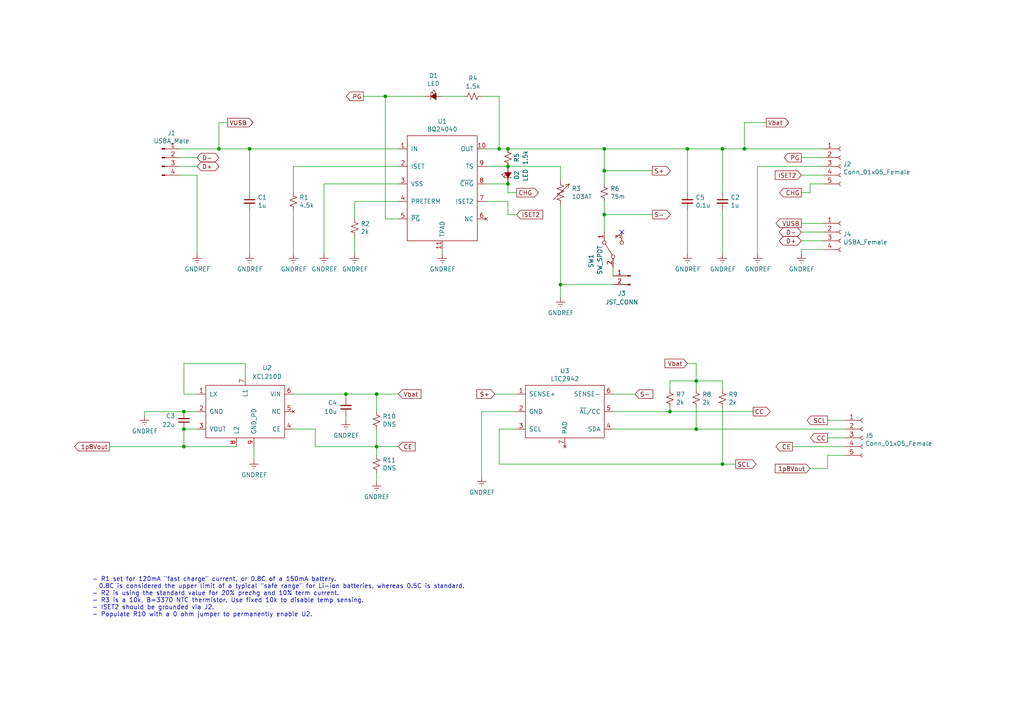
<source format=kicad_sch>
(kicad_sch (version 20230121) (generator eeschema)
  (paper "A4")
  (title_block (title "Power Subsystem Prototype") (date "2019-06-27") (rev "v1.0") (company "Author: Adam Eccles") (comment 1 "For nRF52840 Dongle"))
  (lib_symbols
    (symbol "Charger Prototype-rescue:Conn_01x02_Male-Connector" (pin_names (offset 1.016) hide)
      (property "Reference" "J" (at 0 2.54 0))
      (property "Value" "Connector_Conn_01x02_Male" (at 0 -5.08 0))
      (symbol "Conn_01x02_Male-Connector_1_1"
        (polyline (pts (xy 1.27 -2.54) (xy 0.8636 -2.54)) (stroke (width 0.1524)))
        (polyline (pts (xy 1.27 0) (xy 0.8636 0)) (stroke (width 0.1524)))
        (rectangle (start 0.8636 -2.413) (end 0 -2.667) (stroke (width 0.1524)) (fill (type outline)))
        (rectangle (start 0.8636 0.127) (end 0 -0.127) (stroke (width 0.1524)) (fill (type outline)))
        (pin passive line (at 5.08 0 180) (length 3.81) (name "Pin_1") (number "1"))
        (pin passive line (at 5.08 -2.54 180) (length 3.81) (name "Pin_2") (number "2"))
      )
    )
    (symbol "Charger Prototype-rescue:Conn_01x04_Female-Connector" (pin_names (offset 1.016) hide)
      (property "Reference" "J" (at 0 5.08 0))
      (property "Value" "Connector_Conn_01x04_Female" (at 0 -7.62 0))
      (symbol "Conn_01x04_Female-Connector_1_1"
        (arc (start 0 -4.572) (mid -0.5058 -5.08) (end 0 -5.588) (stroke (width 0.1524)))
        (arc (start 0 -2.032) (mid -0.5058 -2.54) (end 0 -3.048) (stroke (width 0.1524)))
        (polyline (pts (xy -1.27 -5.08) (xy -0.508 -5.08)) (stroke (width 0.1524)))
        (polyline (pts (xy -1.27 -2.54) (xy -0.508 -2.54)) (stroke (width 0.1524)))
        (polyline (pts (xy -1.27 0) (xy -0.508 0)) (stroke (width 0.1524)))
        (polyline (pts (xy -1.27 2.54) (xy -0.508 2.54)) (stroke (width 0.1524)))
        (arc (start 0 0.508) (mid -0.5058 0) (end 0 -0.508) (stroke (width 0.1524)))
        (arc (start 0 3.048) (mid -0.5058 2.54) (end 0 2.032) (stroke (width 0.1524)))
        (pin passive line (at -5.08 2.54 0) (length 3.81) (name "Pin_1") (number "1"))
        (pin passive line (at -5.08 0 0) (length 3.81) (name "Pin_2") (number "2"))
        (pin passive line (at -5.08 -2.54 0) (length 3.81) (name "Pin_3") (number "3"))
        (pin passive line (at -5.08 -5.08 0) (length 3.81) (name "Pin_4") (number "4"))
      )
    )
    (symbol "Charger Prototype-rescue:Conn_01x04_Male-Connector" (pin_names (offset 1.016) hide)
      (property "Reference" "J" (at 0 5.08 0))
      (property "Value" "Connector_Conn_01x04_Male" (at 0 -7.62 0))
      (symbol "Conn_01x04_Male-Connector_1_1"
        (polyline (pts (xy 1.27 -5.08) (xy 0.8636 -5.08)) (stroke (width 0.1524)))
        (polyline (pts (xy 1.27 -2.54) (xy 0.8636 -2.54)) (stroke (width 0.1524)))
        (polyline (pts (xy 1.27 0) (xy 0.8636 0)) (stroke (width 0.1524)))
        (polyline (pts (xy 1.27 2.54) (xy 0.8636 2.54)) (stroke (width 0.1524)))
        (rectangle (start 0.8636 -4.953) (end 0 -5.207) (stroke (width 0.1524)) (fill (type outline)))
        (rectangle (start 0.8636 -2.413) (end 0 -2.667) (stroke (width 0.1524)) (fill (type outline)))
        (rectangle (start 0.8636 0.127) (end 0 -0.127) (stroke (width 0.1524)) (fill (type outline)))
        (rectangle (start 0.8636 2.667) (end 0 2.413) (stroke (width 0.1524)) (fill (type outline)))
        (pin passive line (at 5.08 2.54 180) (length 3.81) (name "Pin_1") (number "1"))
        (pin passive line (at 5.08 0 180) (length 3.81) (name "Pin_2") (number "2"))
        (pin passive line (at 5.08 -2.54 180) (length 3.81) (name "Pin_3") (number "3"))
        (pin passive line (at 5.08 -5.08 180) (length 3.81) (name "Pin_4") (number "4"))
      )
    )
    (symbol "Charger Prototype-rescue:Conn_01x05_Female-Connector" (pin_names (offset 1.016) hide)
      (property "Reference" "J" (at 0 7.62 0))
      (property "Value" "Connector_Conn_01x05_Female" (at 0 -7.62 0))
      (symbol "Conn_01x05_Female-Connector_1_1"
        (arc (start 0 -4.572) (mid -0.5058 -5.08) (end 0 -5.588) (stroke (width 0.1524)))
        (arc (start 0 -2.032) (mid -0.5058 -2.54) (end 0 -3.048) (stroke (width 0.1524)))
        (polyline (pts (xy -1.27 -5.08) (xy -0.508 -5.08)) (stroke (width 0.1524)))
        (polyline (pts (xy -1.27 -2.54) (xy -0.508 -2.54)) (stroke (width 0.1524)))
        (polyline (pts (xy -1.27 0) (xy -0.508 0)) (stroke (width 0.1524)))
        (polyline (pts (xy -1.27 2.54) (xy -0.508 2.54)) (stroke (width 0.1524)))
        (polyline (pts (xy -1.27 5.08) (xy -0.508 5.08)) (stroke (width 0.1524)))
        (arc (start 0 0.508) (mid -0.5058 0) (end 0 -0.508) (stroke (width 0.1524)))
        (arc (start 0 3.048) (mid -0.5058 2.54) (end 0 2.032) (stroke (width 0.1524)))
        (arc (start 0 5.588) (mid -0.5058 5.08) (end 0 4.572) (stroke (width 0.1524)))
        (pin passive line (at -5.08 5.08 0) (length 3.81) (name "Pin_1") (number "1"))
        (pin passive line (at -5.08 2.54 0) (length 3.81) (name "Pin_2") (number "2"))
        (pin passive line (at -5.08 0 0) (length 3.81) (name "Pin_3") (number "3"))
        (pin passive line (at -5.08 -2.54 0) (length 3.81) (name "Pin_4") (number "4"))
        (pin passive line (at -5.08 -5.08 0) (length 3.81) (name "Pin_5") (number "5"))
      )
    )
    (symbol "Charger Prototype-rescue:LED_Small_ALT-Device" (pin_numbers hide) (pin_names (offset 0.254) hide)
      (property "Reference" "D" (at -1.27 3.175 0))
      (property "Value" "Device_LED_Small_ALT" (at -4.445 -2.54 0))
      (symbol "LED_Small_ALT-Device_0_1"
        (polyline (pts (xy -0.762 -1.016) (xy -0.762 1.016)))
        (polyline (pts (xy 1.016 0) (xy -0.762 0)))
        (polyline (pts (xy 0.762 -1.016) (xy -0.762 0) (xy 0.762 1.016) (xy 0.762 -1.016)) (fill (type outline)))
        (polyline (pts (xy 0 0.762) (xy -0.508 1.27) (xy -0.254 1.27) (xy -0.508 1.27) (xy -0.508 1.016)))
        (polyline (pts (xy 0.508 1.27) (xy 0 1.778) (xy 0.254 1.778) (xy 0 1.778) (xy 0 1.524)))
      )
      (symbol "LED_Small_ALT-Device_1_1"
        (pin passive line (at -2.54 0 0) (length 1.778) (name "K") (number "1"))
        (pin passive line (at 2.54 0 180) (length 1.778) (name "A") (number "2"))
      )
    )
    (symbol "Charger_Parts:BQ24040" (pin_names (offset 1.016))
      (property "Reference" "U" (at 6.35 16.51 0))
      (property "Value" "BQ24040" (at -5.08 16.51 0))
      (symbol "BQ24040_0_1"
        (rectangle (start -10.16 13.97) (end 10.16 -16.51))
      )
      (symbol "BQ24040_1_1"
        (pin input line (at -12.7 10.16 0) (length 2.54) (name "IN") (number "1"))
        (pin output line (at 12.7 10.16 180) (length 2.54) (name "OUT") (number "10"))
        (pin output line (at 0 -19.05 90) (length 2.54) (name "TPAD") (number "11"))
        (pin input line (at -12.7 5.08 0) (length 2.54) (name "ISET") (number "2"))
        (pin output line (at -12.7 0 0) (length 2.54) (name "VSS") (number "3"))
        (pin input line (at -12.7 -5.08 0) (length 2.54) (name "PRETERM") (number "4"))
        (pin input line (at -12.7 -10.16 0) (length 2.54) (name "~{PG}") (number "5"))
        (pin no_connect line (at 12.7 -10.16 180) (length 2.54) (name "NC") (number "6"))
        (pin input line (at 12.7 -5.08 180) (length 2.54) (name "ISET2") (number "7"))
        (pin output line (at 12.7 0 180) (length 2.54) (name "~{CHG}") (number "8"))
        (pin input line (at 12.7 5.08 180) (length 2.54) (name "TS") (number "9"))
      )
    )
    (symbol "Charger_Parts:LTC2942" (pin_names (offset 1.016))
      (property "Reference" "U" (at 7.62 10.16 0))
      (property "Value" "LTC2942" (at -6.35 10.16 0))
      (symbol "LTC2942_0_1"
        (rectangle (start 11.43 7.62) (end -11.43 -7.62))
      )
      (symbol "LTC2942_1_1"
        (pin input line (at -13.97 5.08 0) (length 2.54) (name "SENSE+") (number "1"))
        (pin output line (at -13.97 0 0) (length 2.54) (name "GND") (number "2"))
        (pin output line (at -13.97 -5.08 0) (length 2.54) (name "SCL") (number "3"))
        (pin output line (at 13.97 -5.08 180) (length 2.54) (name "SDA") (number "4"))
        (pin output line (at 13.97 0 180) (length 2.54) (name "~{AL}/CC") (number "5"))
        (pin output line (at 13.97 5.08 180) (length 2.54) (name "SENSE-") (number "6"))
        (pin no_connect line (at 0 -10.16 90) (length 2.54) (name "PAD") (number "7"))
      )
    )
    (symbol "Charger_Parts:XCL210D" (pin_names (offset 1.016))
      (property "Reference" "U" (at 8.89 10.16 0))
      (property "Value" "XCL210D" (at -10.16 10.16 0))
      (symbol "XCL210D_0_1"
        (rectangle (start -11.43 7.62) (end 11.43 -7.62))
      )
      (symbol "XCL210D_1_1"
        (pin input line (at -13.97 5.08 0) (length 2.54) (name "LX") (number "1"))
        (pin output line (at -13.97 0 0) (length 2.54) (name "GND") (number "2"))
        (pin output line (at -13.97 -5.08 0) (length 2.54) (name "VOUT") (number "3"))
        (pin input line (at 13.97 -5.08 180) (length 2.54) (name "CE") (number "4"))
        (pin no_connect line (at 13.97 0 180) (length 2.54) (name "NC") (number "5"))
        (pin input line (at 13.97 5.08 180) (length 2.54) (name "VIN") (number "6"))
        (pin bidirectional line (at 0 10.16 270) (length 2.54) (name "L1") (number "7"))
        (pin bidirectional line (at -2.54 -10.16 90) (length 2.54) (name "L2") (number "8"))
        (pin output line (at 2.54 -10.16 90) (length 2.54) (name "GND_PD") (number "9"))
      )
    )
    (symbol "Device:C_Small" (pin_numbers hide) (pin_names (offset 0.254) hide)
      (property "Reference" "C" (at 0.254 1.778 0))
      (property "Value" "C_Small" (at 0.254 -2.032 0))
      (symbol "C_Small_0_1"
        (polyline (pts (xy -1.524 -0.508) (xy 1.524 -0.508)) (stroke (width 0.3302)))
        (polyline (pts (xy -1.524 0.508) (xy 1.524 0.508)) (stroke (width 0.3048)))
      )
      (symbol "C_Small_1_1"
        (pin passive line (at 0 2.54 270) (length 2.032) (name "~") (number "1"))
        (pin passive line (at 0 -2.54 90) (length 2.032) (name "~") (number "2"))
      )
    )
    (symbol "Device:R_Small_US" (pin_numbers hide) (pin_names (offset 0.254) hide)
      (property "Reference" "R" (at 0.762 0.508 0))
      (property "Value" "R_Small_US" (at 0.762 -1.016 0))
      (symbol "R_Small_US_1_1"
        (polyline (pts (xy 0 0) (xy 1.016 -0.381) (xy 0 -0.762) (xy -1.016 -1.143) (xy 0 -1.524)))
        (polyline (pts (xy 0 1.524) (xy 1.016 1.143) (xy 0 0.762) (xy -1.016 0.381) (xy 0 0)))
        (pin passive line (at 0 2.54 270) (length 1.016) (name "~") (number "1"))
        (pin passive line (at 0 -2.54 90) (length 1.016) (name "~") (number "2"))
      )
    )
    (symbol "Device:R_Variable_US" (pin_numbers hide) (pin_names (offset 0))
      (property "Reference" "R" (at 2.54 -2.54 90))
      (property "Value" "R_Variable_US" (at -2.54 -1.27 90))
      (symbol "R_Variable_US_0_1"
        (polyline (pts (xy 0 -2.286) (xy 0 -2.54)))
        (polyline (pts (xy 0 2.286) (xy 0 2.54)))
        (polyline (pts (xy 0 -0.762) (xy 1.016 -1.143) (xy 0 -1.524) (xy -1.016 -1.905) (xy 0 -2.286)))
        (polyline (pts (xy 0 0.762) (xy 1.016 0.381) (xy 0 0) (xy -1.016 -0.381) (xy 0 -0.762)))
        (polyline (pts (xy 0 2.286) (xy 1.016 1.905) (xy 0 1.524) (xy -1.016 1.143) (xy 0 0.762)) (stroke (width 0.1524)))
        (polyline (pts (xy 2.286 1.524) (xy 2.54 2.54) (xy 1.524 2.286) (xy 2.54 2.54) (xy -2.032 -2.032)) (stroke (width 0.1524)))
      )
      (symbol "R_Variable_US_1_1"
        (pin passive line (at 0 3.81 270) (length 1.27) (name "~") (number "1"))
        (pin passive line (at 0 -3.81 90) (length 1.27) (name "~") (number "2"))
      )
    )
    (symbol "Switch:SW_SPDT" (pin_names (offset 0) hide)
      (property "Reference" "SW" (at 0 4.318 0))
      (property "Value" "SW_SPDT" (at 0 -5.08 0))
      (symbol "SW_SPDT_0_0"
        (circle (center -2.032 0) (radius 0.508))
        (circle (center 2.032 -2.54) (radius 0.508))
      )
      (symbol "SW_SPDT_0_1"
        (polyline (pts (xy -1.524 0.254) (xy 1.651 2.286)))
        (circle (center 2.032 2.54) (radius 0.508))
      )
      (symbol "SW_SPDT_1_1"
        (pin passive line (at 5.08 2.54 180) (length 2.54) (name "A") (number "1"))
        (pin passive line (at -5.08 0 0) (length 2.54) (name "B") (number "2"))
        (pin passive line (at 5.08 -2.54 180) (length 2.54) (name "C") (number "3"))
      )
    )
    (symbol "power:GNDREF" (power) (pin_names (offset 0))
      (property "Value" "GNDREF" (at 0 -3.81 0))
      (symbol "GNDREF_0_1"
        (polyline (pts (xy -0.635 -1.905) (xy 0.635 -1.905)))
        (polyline (pts (xy -0.127 -2.54) (xy 0.127 -2.54)))
        (polyline (pts (xy 0 -1.27) (xy 0 0)))
        (polyline (pts (xy 1.27 -1.27) (xy -1.27 -1.27)))
      )
      (symbol "GNDREF_1_1"
        (pin power_in line (at 0 0 270) (length 0) hide (name "GNDREF") (number "1"))
      )
    )
  )
  (junction (at 209.55 43.18))
  (junction (at 109.22 129.54))
  (junction (at 111.76 27.94))
  (junction (at 175.26 62.23))
  (junction (at 53.34 124.46))
  (junction (at 144.78 43.18))
  (junction (at 72.39 43.18))
  (junction (at 199.39 43.18))
  (junction (at 147.32 43.18))
  (junction (at 215.9 43.18))
  (junction (at 209.55 134.62))
  (junction (at 53.34 129.54))
  (junction (at 201.93 110.49))
  (junction (at 63.5 43.18))
  (junction (at 162.56 82.55))
  (junction (at 109.22 114.3))
  (junction (at 147.32 53.34))
  (junction (at 147.32 48.26))
  (junction (at 201.93 124.46))
  (junction (at 175.26 49.53))
  (junction (at 175.26 43.18))
  (junction (at 194.31 119.38))
  (junction (at 53.34 119.38))
  (junction (at 100.33 114.3))
  (no_connect (at 180.34 67.31))
  (wire (pts (xy 111.76 27.94) (xy 123.19 27.94)))
  (wire (pts (xy 175.26 62.23) (xy 189.23 62.23)))
  (wire (pts (xy 240.03 132.08) (xy 240.03 135.89)))
  (wire (pts (xy 115.57 58.42) (xy 102.87 58.42)))
  (wire (pts (xy 201.93 110.49) (xy 209.55 110.49)))
  (wire (pts (xy 245.11 132.08) (xy 240.03 132.08)))
  (wire (pts (xy 238.76 53.34) (xy 234.95 53.34)))
  (wire (pts (xy 91.44 124.46) (xy 91.44 129.54)))
  (wire (pts (xy 201.93 118.11) (xy 201.93 124.46)))
  (wire (pts (xy 147.32 55.88) (xy 147.32 53.34)))
  (wire (pts (xy 175.26 53.34) (xy 175.26 49.53)))
  (wire (pts (xy 93.98 53.34) (xy 93.98 73.66)))
  (wire (pts (xy 194.31 113.03) (xy 194.31 110.49)))
  (wire (pts (xy 72.39 73.66) (xy 72.39 60.96)))
  (wire (pts (xy 201.93 124.46) (xy 245.11 124.46)))
  (wire (pts (xy 147.32 48.26) (xy 162.56 48.26)))
  (wire (pts (xy 209.55 110.49) (xy 209.55 113.03)))
  (wire (pts (xy 232.41 64.77) (xy 238.76 64.77)))
  (wire (pts (xy 52.07 43.18) (xy 63.5 43.18)))
  (wire (pts (xy 140.97 48.26) (xy 147.32 48.26)))
  (wire (pts (xy 147.32 43.18) (xy 175.26 43.18)))
  (wire (pts (xy 109.22 119.38) (xy 109.22 114.3)))
  (wire (pts (xy 177.8 77.47) (xy 177.8 80.01)))
  (wire (pts (xy 199.39 43.18) (xy 209.55 43.18)))
  (wire (pts (xy 144.78 43.18) (xy 147.32 43.18)))
  (wire (pts (xy 232.41 69.85) (xy 238.76 69.85)))
  (wire (pts (xy 128.27 27.94) (xy 134.62 27.94)))
  (wire (pts (xy 53.34 129.54) (xy 53.34 124.46)))
  (wire (pts (xy 240.03 121.92) (xy 245.11 121.92)))
  (wire (pts (xy 147.32 58.42) (xy 147.32 62.23)))
  (wire (pts (xy 149.86 55.88) (xy 147.32 55.88)))
  (wire (pts (xy 232.41 67.31) (xy 238.76 67.31)))
  (wire (pts (xy 109.22 114.3) (xy 115.57 114.3)))
  (wire (pts (xy 209.55 73.66) (xy 209.55 60.96)))
  (wire (pts (xy 72.39 43.18) (xy 115.57 43.18)))
  (wire (pts (xy 100.33 115.57) (xy 100.33 114.3)))
  (wire (pts (xy 73.66 133.35) (xy 73.66 129.54)))
  (wire (pts (xy 115.57 63.5) (xy 111.76 63.5)))
  (wire (pts (xy 144.78 27.94) (xy 144.78 43.18)))
  (wire (pts (xy 109.22 129.54) (xy 109.22 124.46)))
  (wire (pts (xy 66.04 35.56) (xy 63.5 35.56)))
  (wire (pts (xy 175.26 43.18) (xy 199.39 43.18)))
  (wire (pts (xy 209.55 55.88) (xy 209.55 43.18)))
  (wire (pts (xy 71.12 105.41) (xy 53.34 105.41)))
  (wire (pts (xy 162.56 82.55) (xy 162.56 86.36)))
  (wire (pts (xy 144.78 134.62) (xy 209.55 134.62)))
  (wire (pts (xy 53.34 105.41) (xy 53.34 114.3)))
  (wire (pts (xy 199.39 55.88) (xy 199.39 43.18)))
  (wire (pts (xy 147.32 62.23) (xy 149.86 62.23)))
  (wire (pts (xy 175.26 58.42) (xy 175.26 62.23)))
  (wire (pts (xy 115.57 53.34) (xy 93.98 53.34)))
  (wire (pts (xy 52.07 45.72) (xy 57.15 45.72)))
  (wire (pts (xy 209.55 118.11) (xy 209.55 134.62)))
  (wire (pts (xy 238.76 72.39) (xy 232.41 72.39)))
  (wire (pts (xy 149.86 119.38) (xy 139.7 119.38)))
  (wire (pts (xy 139.7 27.94) (xy 144.78 27.94)))
  (wire (pts (xy 53.34 119.38) (xy 41.91 119.38)))
  (wire (pts (xy 175.26 67.31) (xy 175.26 62.23)))
  (wire (pts (xy 149.86 124.46) (xy 144.78 124.46)))
  (wire (pts (xy 238.76 48.26) (xy 219.71 48.26)))
  (wire (pts (xy 194.31 118.11) (xy 194.31 119.38)))
  (wire (pts (xy 102.87 58.42) (xy 102.87 63.5)))
  (wire (pts (xy 175.26 49.53) (xy 175.26 43.18)))
  (wire (pts (xy 232.41 45.72) (xy 238.76 45.72)))
  (wire (pts (xy 57.15 50.8) (xy 57.15 73.66)))
  (wire (pts (xy 100.33 121.92) (xy 100.33 120.65)))
  (wire (pts (xy 63.5 35.56) (xy 63.5 43.18)))
  (wire (pts (xy 209.55 43.18) (xy 215.9 43.18)))
  (wire (pts (xy 194.31 110.49) (xy 201.93 110.49)))
  (wire (pts (xy 109.22 129.54) (xy 115.57 129.54)))
  (wire (pts (xy 245.11 129.54) (xy 229.87 129.54)))
  (wire (pts (xy 41.91 119.38) (xy 41.91 120.65)))
  (wire (pts (xy 31.75 129.54) (xy 53.34 129.54)))
  (wire (pts (xy 199.39 73.66) (xy 199.39 60.96)))
  (wire (pts (xy 102.87 68.58) (xy 102.87 73.66)))
  (wire (pts (xy 57.15 124.46) (xy 53.34 124.46)))
  (wire (pts (xy 144.78 124.46) (xy 144.78 134.62)))
  (wire (pts (xy 85.09 114.3) (xy 100.33 114.3)))
  (wire (pts (xy 57.15 119.38) (xy 53.34 119.38)))
  (wire (pts (xy 234.95 53.34) (xy 234.95 55.88)))
  (wire (pts (xy 100.33 114.3) (xy 109.22 114.3)))
  (wire (pts (xy 128.27 73.66) (xy 128.27 72.39)))
  (wire (pts (xy 72.39 55.88) (xy 72.39 43.18)))
  (wire (pts (xy 232.41 72.39) (xy 232.41 73.66)))
  (wire (pts (xy 52.07 48.26) (xy 57.15 48.26)))
  (wire (pts (xy 215.9 35.56) (xy 222.25 35.56)))
  (wire (pts (xy 215.9 43.18) (xy 238.76 43.18)))
  (wire (pts (xy 109.22 139.7) (xy 109.22 137.16)))
  (wire (pts (xy 139.7 119.38) (xy 139.7 138.43)))
  (wire (pts (xy 162.56 59.69) (xy 162.56 82.55)))
  (wire (pts (xy 162.56 82.55) (xy 177.8 82.55)))
  (wire (pts (xy 213.36 134.62) (xy 209.55 134.62)))
  (wire (pts (xy 115.57 48.26) (xy 85.09 48.26)))
  (wire (pts (xy 215.9 43.18) (xy 215.9 35.56)))
  (wire (pts (xy 63.5 43.18) (xy 72.39 43.18)))
  (wire (pts (xy 140.97 53.34) (xy 147.32 53.34)))
  (wire (pts (xy 109.22 132.08) (xy 109.22 129.54)))
  (wire (pts (xy 91.44 129.54) (xy 109.22 129.54)))
  (wire (pts (xy 140.97 43.18) (xy 144.78 43.18)))
  (wire (pts (xy 52.07 50.8) (xy 57.15 50.8)))
  (wire (pts (xy 162.56 48.26) (xy 162.56 52.07)))
  (wire (pts (xy 201.93 105.41) (xy 201.93 110.49)))
  (wire (pts (xy 111.76 63.5) (xy 111.76 27.94)))
  (wire (pts (xy 238.76 50.8) (xy 232.41 50.8)))
  (wire (pts (xy 240.03 127) (xy 245.11 127)))
  (wire (pts (xy 85.09 60.96) (xy 85.09 73.66)))
  (wire (pts (xy 177.8 124.46) (xy 201.93 124.46)))
  (wire (pts (xy 219.71 48.26) (xy 219.71 73.66)))
  (wire (pts (xy 177.8 114.3) (xy 184.15 114.3)))
  (wire (pts (xy 85.09 124.46) (xy 91.44 124.46)))
  (wire (pts (xy 71.12 109.22) (xy 71.12 105.41)))
  (wire (pts (xy 68.58 129.54) (xy 53.34 129.54)))
  (wire (pts (xy 85.09 48.26) (xy 85.09 55.88)))
  (wire (pts (xy 149.86 114.3) (xy 143.51 114.3)))
  (wire (pts (xy 140.97 58.42) (xy 147.32 58.42)))
  (wire (pts (xy 53.34 114.3) (xy 57.15 114.3)))
  (wire (pts (xy 201.93 105.41) (xy 199.39 105.41)))
  (wire (pts (xy 105.41 27.94) (xy 111.76 27.94)))
  (wire (pts (xy 240.03 135.89) (xy 234.95 135.89)))
  (wire (pts (xy 234.95 55.88) (xy 232.41 55.88)))
  (wire (pts (xy 177.8 119.38) (xy 194.31 119.38)))
  (wire (pts (xy 201.93 110.49) (xy 201.93 113.03)))
  (wire (pts (xy 175.26 49.53) (xy 189.23 49.53)))
  (wire (pts (xy 194.31 119.38) (xy 218.44 119.38)))
  (text "- R1 set for 120mA \"fast charge\" current, or 0.8C of a 150mA battery.\n  0.8C is considered the upper limit of a typical \"safe range\" for Li-ion batteries, whereas 0.5C is standard.\n- R2 is using the standard value for 20% prechg and 10% term current.\n- R3 is a 10k, B=3370 NTC thermistor. Use fixed 10k to disable temp sensing.\n- ISET2 should be grounded via J2.\n- Populate R10 with a 0 ohm jumper to permanently enable U2." (at 26.67 179.07 0) (effects (font (size 1.27 1.27)) (justify left bottom)))
  (global_label "S+" (shape input) (at 143.51 114.3 180) (property "Intersheetrefs" "${INTERSHEET_REFS}" (effects hide)))
  (global_label "S-" (shape input) (at 184.15 114.3 0) (property "Intersheetrefs" "${INTERSHEET_REFS}" (effects hide)))
  (global_label "CC" (shape output) (at 218.44 119.38 0) (property "Intersheetrefs" "${INTERSHEET_REFS}" (effects hide)))
  (global_label "S+" (shape output) (at 189.23 49.53 0) (property "Intersheetrefs" "${INTERSHEET_REFS}" (effects hide)))
  (global_label "ISET2" (shape input) (at 149.86 62.23 0) (property "Intersheetrefs" "${INTERSHEET_REFS}" (effects hide)))
  (global_label "SCL" (shape output) (at 240.03 121.92 180) (property "Intersheetrefs" "${INTERSHEET_REFS}" (effects hide)))
  (global_label "PG" (shape output) (at 232.41 45.72 180) (property "Intersheetrefs" "${INTERSHEET_REFS}" (effects hide)))
  (global_label "Vbat" (shape input) (at 199.39 105.41 180) (property "Intersheetrefs" "${INTERSHEET_REFS}" (effects hide)))
  (global_label "VUSB" (shape output) (at 66.04 35.56 0) (property "Intersheetrefs" "${INTERSHEET_REFS}" (effects hide)))
  (global_label "D-" (shape bidirectional) (at 57.15 45.72 0) (property "Intersheetrefs" "${INTERSHEET_REFS}" (effects hide)))
  (global_label "CE" (shape input) (at 115.57 129.54 0) (property "Intersheetrefs" "${INTERSHEET_REFS}" (effects hide)))
  (global_label "D-" (shape bidirectional) (at 232.41 67.31 180) (property "Intersheetrefs" "${INTERSHEET_REFS}" (effects hide)))
  (global_label "Vbat" (shape input) (at 115.57 114.3 0) (property "Intersheetrefs" "${INTERSHEET_REFS}" (effects hide)))
  (global_label "CHG" (shape output) (at 232.41 55.88 180) (property "Intersheetrefs" "${INTERSHEET_REFS}" (effects hide)))
  (global_label "Vbat" (shape output) (at 222.25 35.56 0) (property "Intersheetrefs" "${INTERSHEET_REFS}" (effects hide)))
  (global_label "VUSB" (shape output) (at 232.41 64.77 180) (property "Intersheetrefs" "${INTERSHEET_REFS}" (effects hide)))
  (global_label "1p8Vout" (shape input) (at 234.95 135.89 180) (property "Intersheetrefs" "${INTERSHEET_REFS}" (effects hide)))
  (global_label "ISET2" (shape input) (at 232.41 50.8 180) (property "Intersheetrefs" "${INTERSHEET_REFS}" (effects hide)))
  (global_label "D+" (shape bidirectional) (at 57.15 48.26 0) (property "Intersheetrefs" "${INTERSHEET_REFS}" (effects hide)))
  (global_label "CE" (shape output) (at 229.87 129.54 180) (property "Intersheetrefs" "${INTERSHEET_REFS}" (effects hide)))
  (global_label "PG" (shape output) (at 105.41 27.94 180) (property "Intersheetrefs" "${INTERSHEET_REFS}" (effects hide)))
  (global_label "1p8Vout" (shape output) (at 31.75 129.54 180) (property "Intersheetrefs" "${INTERSHEET_REFS}" (effects hide)))
  (global_label "CHG" (shape output) (at 149.86 55.88 0) (property "Intersheetrefs" "${INTERSHEET_REFS}" (effects hide)))
  (global_label "CC" (shape output) (at 240.03 127 180) (property "Intersheetrefs" "${INTERSHEET_REFS}" (effects hide)))
  (global_label "S-" (shape output) (at 189.23 62.23 0) (property "Intersheetrefs" "${INTERSHEET_REFS}" (effects hide)))
  (global_label "D+" (shape bidirectional) (at 232.41 69.85 180) (property "Intersheetrefs" "${INTERSHEET_REFS}" (effects hide)))
  (global_label "SCL" (shape output) (at 213.36 134.62 0) (property "Intersheetrefs" "${INTERSHEET_REFS}" (effects hide)))
  (symbol (lib_id "Charger_Parts:BQ24040") (at 128.27 53.34 0) (unit 1)
    (property "Reference" "U1" (at 128.27 35.179 0))
    (property "Value" "BQ24040" (at 128.27 37.4904 0))
    (property "Footprint" "Charger Prototype:BQ24040_10mil" (effects hide))
  )
  (symbol (lib_id "Device:R_Small_US") (at 102.87 66.04 0) (unit 1)
    (property "Reference" "R2" (at 104.5972 64.8716 0) (effects (justify left)))
    (property "Value" "2k" (at 104.5972 67.183 0) (effects (justify left)))
    (property "Footprint" "Resistor_SMD:R_0603_1608Metric" (effects hide))
  )
  (symbol (lib_id "power:GNDREF") (at 102.87 73.66 0) (unit 1)
    (property "Reference" "#PWR0101" (effects hide))
    (property "Value" "GNDREF" (at 102.997 78.0542 0))
  )
  (symbol (lib_id "power:GNDREF") (at 93.98 73.66 0) (unit 1)
    (property "Reference" "#PWR0102" (effects hide))
    (property "Value" "GNDREF" (at 94.107 78.0542 0))
  )
  (symbol (lib_id "Device:R_Small_US") (at 85.09 58.42 0) (unit 1)
    (property "Reference" "R1" (at 86.8172 57.2516 0) (effects (justify left)))
    (property "Value" "4.5k" (at 86.8172 59.563 0) (effects (justify left)))
    (property "Footprint" "Resistor_SMD:R_0603_1608Metric" (effects hide))
  )
  (symbol (lib_id "power:GNDREF") (at 85.09 73.66 0) (unit 1)
    (property "Reference" "#PWR0103" (effects hide))
    (property "Value" "GNDREF" (at 85.217 78.0542 0))
  )
  (symbol (lib_id "Charger Prototype-rescue:LED_Small_ALT-Device") (at 125.73 27.94 0) (unit 1)
    (property "Reference" "D1" (at 125.73 21.971 0))
    (property "Value" "LED" (at 125.73 24.2824 0))
    (property "Footprint" "Charger Prototype:SML-D12" (effects hide))
  )
  (symbol (lib_id "Device:R_Small_US") (at 137.16 27.94 270) (unit 1)
    (property "Reference" "R4" (at 137.16 22.733 90))
    (property "Value" "1.5k" (at 137.16 25.0444 90))
    (property "Footprint" "Resistor_SMD:R_0603_1608Metric" (effects hide))
  )
  (symbol (lib_id "Charger Prototype-rescue:Conn_01x04_Male-Connector") (at 46.99 45.72 0) (unit 1)
    (property "Reference" "J1" (at 49.7332 38.5826 0))
    (property "Value" "USBA_Male" (at 49.7332 40.894 0))
    (property "Footprint" "Charger Prototype:USB_Male_A_UP2-AH-1-TH_3d" (effects hide))
  )
  (symbol (lib_id "Charger Prototype-rescue:Conn_01x04_Female-Connector") (at 243.84 67.31 0) (unit 1)
    (property "Reference" "J4" (at 244.5512 67.9196 0) (effects (justify left)))
    (property "Value" "USBA_Female" (at 244.5512 70.231 0) (effects (justify left)))
    (property "Footprint" "Charger Prototype:USB_A_Female_UE27AC54100_3d" (effects hide))
  )
  (symbol (lib_id "Charger Prototype-rescue:Conn_01x02_Male-Connector") (at 182.88 80.01 0) (mirror y) (unit 1)
    (property "Reference" "J3" (at 180.34 85.09 0))
    (property "Value" "JST_CONN" (at 180.34 87.63 0))
    (property "Footprint" "Connector_JST:JST_PH_S2B-PH-K_1x02_P2.00mm_Horizontal" (effects hide))
  )
  (symbol (lib_id "power:GNDREF") (at 128.27 73.66 0) (unit 1)
    (property "Reference" "#PWR0104" (effects hide))
    (property "Value" "GNDREF" (at 128.397 78.0542 0))
  )
  (symbol (lib_id "Charger Prototype-rescue:Conn_01x05_Female-Connector") (at 243.84 48.26 0) (unit 1)
    (property "Reference" "J2" (at 244.5512 47.5996 0) (effects (justify left)))
    (property "Value" "Conn_01x05_Female" (at 244.5512 49.911 0) (effects (justify left)))
    (property "Footprint" "Connector_PinHeader_1.27mm:PinHeader_1x05_P1.27mm_Vertical" (effects hide))
  )
  (symbol (lib_id "Device:C_Small") (at 72.39 58.42 0) (unit 1)
    (property "Reference" "C1" (at 74.7268 57.2516 0) (effects (justify left)))
    (property "Value" "1u" (at 74.7268 59.563 0) (effects (justify left)))
    (property "Footprint" "Capacitor_SMD:C_0603_1608Metric" (effects hide))
  )
  (symbol (lib_id "Charger Prototype-rescue:LED_Small_ALT-Device") (at 147.32 50.8 90) (unit 1)
    (property "Reference" "D2" (at 149.86 50.8 0))
    (property "Value" "LED" (at 152.4 50.8 0))
    (property "Footprint" "Charger Prototype:SML-D12" (effects hide))
  )
  (symbol (lib_id "Device:R_Small_US") (at 147.32 45.72 180) (unit 1)
    (property "Reference" "R5" (at 149.86 45.72 90))
    (property "Value" "1.5k" (at 152.4 45.72 90))
    (property "Footprint" "Resistor_SMD:R_0603_1608Metric" (effects hide))
  )
  (symbol (lib_id "Device:R_Variable_US") (at 162.56 55.88 0) (unit 1)
    (property "Reference" "R3" (at 165.8112 54.7116 0) (effects (justify left)))
    (property "Value" "103AT" (at 165.8112 57.023 0) (effects (justify left)))
    (property "Footprint" "Resistor_SMD:R_0805_2012Metric_Pad1.15x1.40mm_HandSolder" (effects hide))
  )
  (symbol (lib_id "power:GNDREF") (at 162.56 86.36 0) (unit 1)
    (property "Reference" "#PWR0105" (effects hide))
    (property "Value" "GNDREF" (at 162.687 90.7542 0))
  )
  (symbol (lib_id "power:GNDREF") (at 72.39 73.66 0) (unit 1)
    (property "Reference" "#PWR0106" (effects hide))
    (property "Value" "GNDREF" (at 72.517 78.0542 0))
  )
  (symbol (lib_id "Device:C_Small") (at 209.55 58.42 0) (unit 1)
    (property "Reference" "C2" (at 211.8868 57.2516 0) (effects (justify left)))
    (property "Value" "1u" (at 211.8868 59.563 0) (effects (justify left)))
    (property "Footprint" "Capacitor_SMD:C_0603_1608Metric" (effects hide))
  )
  (symbol (lib_id "power:GNDREF") (at 209.55 73.66 0) (unit 1)
    (property "Reference" "#PWR0107" (effects hide))
    (property "Value" "GNDREF" (at 209.677 78.0542 0))
  )
  (symbol (lib_id "power:GNDREF") (at 57.15 73.66 0) (unit 1)
    (property "Reference" "#PWR0108" (effects hide))
    (property "Value" "GNDREF" (at 57.277 78.0542 0))
  )
  (symbol (lib_id "power:GNDREF") (at 232.41 73.66 0) (unit 1)
    (property "Reference" "#PWR0109" (effects hide))
    (property "Value" "GNDREF" (at 232.537 78.0542 0))
  )
  (symbol (lib_id "power:GNDREF") (at 219.71 73.66 0) (unit 1)
    (property "Reference" "#PWR0110" (effects hide))
    (property "Value" "GNDREF" (at 219.837 78.0542 0))
  )
  (symbol (lib_id "Charger_Parts:LTC2942") (at 163.83 119.38 0) (unit 1)
    (property "Reference" "U3" (at 163.83 107.569 0))
    (property "Value" "LTC2942" (at 163.83 109.8804 0))
    (property "Footprint" "Charger Prototype:LTC2942" (effects hide))
  )
  (symbol (lib_id "Charger_Parts:XCL210D") (at 71.12 119.38 0) (unit 1)
    (property "Reference" "U2" (at 77.47 106.68 0))
    (property "Value" "XCL210D" (at 77.47 109.22 0))
    (property "Footprint" "Charger Prototype:XCL210_10mil" (effects hide))
  )
  (symbol (lib_id "Device:C_Small") (at 53.34 121.92 180) (unit 1)
    (property "Reference" "C3" (at 50.8 120.65 0) (effects (justify left)))
    (property "Value" "22u" (at 50.8 123.19 0) (effects (justify left)))
    (property "Footprint" "Capacitor_SMD:C_0603_1608Metric" (effects hide))
  )
  (symbol (lib_id "power:GNDREF") (at 41.91 120.65 0) (unit 1)
    (property "Reference" "#PWR0111" (effects hide))
    (property "Value" "GNDREF" (at 42.037 125.0442 0))
  )
  (symbol (lib_id "power:GNDREF") (at 73.66 133.35 0) (unit 1)
    (property "Reference" "#PWR0112" (effects hide))
    (property "Value" "GNDREF" (at 73.787 137.7442 0))
  )
  (symbol (lib_id "power:GNDREF") (at 100.33 121.92 0) (unit 1)
    (property "Reference" "#PWR0113" (effects hide))
    (property "Value" "GNDREF" (at 100.457 126.3142 0))
  )
  (symbol (lib_id "Device:C_Small") (at 100.33 118.11 180) (unit 1)
    (property "Reference" "C4" (at 97.79 116.84 0) (effects (justify left)))
    (property "Value" "10u" (at 97.79 119.38 0) (effects (justify left)))
    (property "Footprint" "Capacitor_SMD:C_0603_1608Metric" (effects hide))
  )
  (symbol (lib_id "Switch:SW_SPDT") (at 177.8 72.39 90) (unit 1)
    (property "Reference" "SW1" (at 171.45 73.66 0) (effects (justify right)))
    (property "Value" "SW_SPDT" (at 173.99 71.12 0) (effects (justify right)))
    (property "Footprint" "Charger Prototype:Wurth_SPDT_Slide_450301014042" (effects hide))
  )
  (symbol (lib_id "Device:C_Small") (at 199.39 58.42 0) (unit 1)
    (property "Reference" "C5" (at 201.7268 57.2516 0) (effects (justify left)))
    (property "Value" "0.1u" (at 201.7268 59.563 0) (effects (justify left)))
    (property "Footprint" "Capacitor_SMD:C_0603_1608Metric" (effects hide))
  )
  (symbol (lib_id "power:GNDREF") (at 199.39 73.66 0) (unit 1)
    (property "Reference" "#PWR0114" (effects hide))
    (property "Value" "GNDREF" (at 199.517 78.0542 0))
  )
  (symbol (lib_id "power:GNDREF") (at 139.7 138.43 0) (unit 1)
    (property "Reference" "#PWR0115" (effects hide))
    (property "Value" "GNDREF" (at 139.827 142.8242 0))
  )
  (symbol (lib_id "Device:R_Small_US") (at 175.26 55.88 0) (unit 1)
    (property "Reference" "R6" (at 176.9872 54.7116 0) (effects (justify left)))
    (property "Value" "75m" (at 176.9872 57.023 0) (effects (justify left)))
    (property "Footprint" "Resistor_SMD:R_0805_2012Metric" (effects hide))
  )
  (symbol (lib_id "Device:R_Small_US") (at 194.31 115.57 0) (unit 1)
    (property "Reference" "R7" (at 196.0372 114.4016 0) (effects (justify left)))
    (property "Value" "2k" (at 196.0372 116.713 0) (effects (justify left)))
    (property "Footprint" "Resistor_SMD:R_0603_1608Metric" (effects hide))
  )
  (symbol (lib_id "Device:R_Small_US") (at 201.93 115.57 0) (unit 1)
    (property "Reference" "R8" (at 203.6572 114.4016 0) (effects (justify left)))
    (property "Value" "2k" (at 203.6572 116.713 0) (effects (justify left)))
    (property "Footprint" "Resistor_SMD:R_0603_1608Metric" (effects hide))
  )
  (symbol (lib_id "Device:R_Small_US") (at 209.55 115.57 0) (unit 1)
    (property "Reference" "R9" (at 211.2772 114.4016 0) (effects (justify left)))
    (property "Value" "2k" (at 211.2772 116.713 0) (effects (justify left)))
    (property "Footprint" "Resistor_SMD:R_0603_1608Metric" (effects hide))
  )
  (symbol (lib_id "Device:R_Small_US") (at 109.22 121.92 0) (unit 1)
    (property "Reference" "R10" (at 110.9472 120.7516 0) (effects (justify left)))
    (property "Value" "DNS" (at 110.9472 123.063 0) (effects (justify left)))
    (property "Footprint" "Resistor_SMD:R_0603_1608Metric" (effects hide))
  )
  (symbol (lib_id "Device:R_Small_US") (at 109.22 134.62 0) (unit 1)
    (property "Reference" "R11" (at 110.9472 133.4516 0) (effects (justify left)))
    (property "Value" "DNS" (at 110.9472 135.763 0) (effects (justify left)))
    (property "Footprint" "Resistor_SMD:R_0603_1608Metric" (effects hide))
  )
  (symbol (lib_id "power:GNDREF") (at 109.22 139.7 0) (unit 1)
    (property "Reference" "#PWR0116" (effects hide))
    (property "Value" "GNDREF" (at 109.347 144.0942 0))
  )
  (symbol (lib_id "Charger Prototype-rescue:Conn_01x05_Female-Connector") (at 250.19 127 0) (unit 1)
    (property "Reference" "J5" (at 250.9012 126.3396 0) (effects (justify left)))
    (property "Value" "Conn_01x05_Female" (at 250.9012 128.651 0) (effects (justify left)))
    (property "Footprint" "Connector_PinHeader_1.27mm:PinHeader_1x05_P1.27mm_Vertical" (effects hide))
  )
)
</source>
